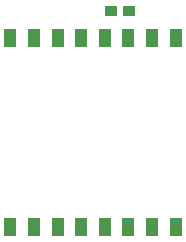
<source format=gbp>
G04*
G04 #@! TF.GenerationSoftware,Altium Limited,Altium Designer,21.3.2 (30)*
G04*
G04 Layer_Color=128*
%FSTAX24Y24*%
%MOIN*%
G70*
G04*
G04 #@! TF.SameCoordinates,7CA10C46-D00E-43F5-BDD8-F0146F79C00B*
G04*
G04*
G04 #@! TF.FilePolarity,Positive*
G04*
G01*
G75*
%ADD25R,0.0394X0.0591*%
%ADD26R,0.0394X0.0374*%
D25*
X012062Y004051D02*
D03*
X011275D02*
D03*
X010487D02*
D03*
X0097D02*
D03*
X008913D02*
D03*
X008125D02*
D03*
X007338D02*
D03*
X00655D02*
D03*
X012062Y01035D02*
D03*
X011275D02*
D03*
X010487D02*
D03*
X0097D02*
D03*
X008913D02*
D03*
X008125D02*
D03*
X007338D02*
D03*
X00655D02*
D03*
D26*
X009905Y01125D02*
D03*
X010495D02*
D03*
M02*

</source>
